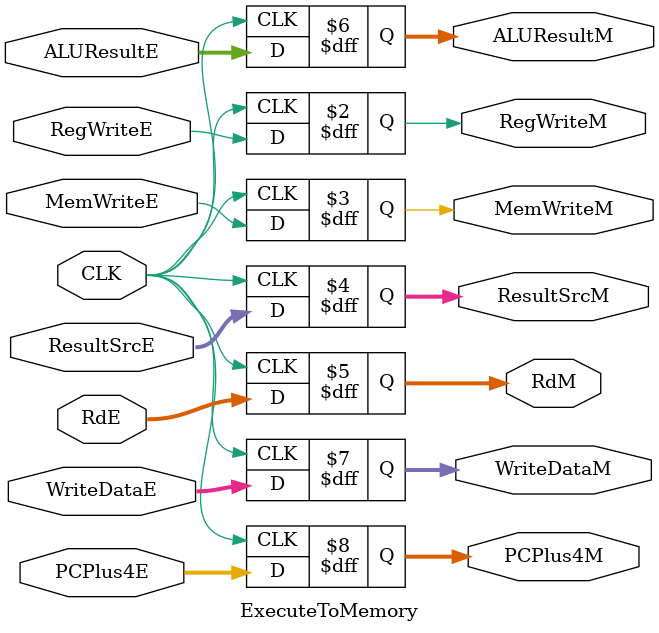
<source format=sv>
module ExecuteToMemory #(
    parameter   DATA_WIDTH = 32,
                ADDRESS_WIDTH = 5
)(
    input  logic                       CLK, RegWriteE, MemWriteE,
    input  logic [1:0]                 ResultSrcE,
    input  logic [ADDRESS_WIDTH-1:0]   RdE,
    input  logic [DATA_WIDTH-1:0]      ALUResultE, WriteDataE, PCPlus4E,

    output  logic                      RegWriteM, MemWriteM,
    output  logic [1:0]                ResultSrcM,
    output  logic [ADDRESS_WIDTH-1:0]  RdM,
    output  logic [DATA_WIDTH-1:0]     ALUResultM, WriteDataM, PCPlus4M
    );

always_ff @(posedge CLK) begin
        RegWriteM <= RegWriteE;
        MemWriteM <= MemWriteE;
        ResultSrcM <= ResultSrcE;
        RdM <= RdE;
        ALUResultM <= ALUResultE;
        WriteDataM <= WriteDataE;     
        PCPlus4M <= PCPlus4E;
end

endmodule

</source>
